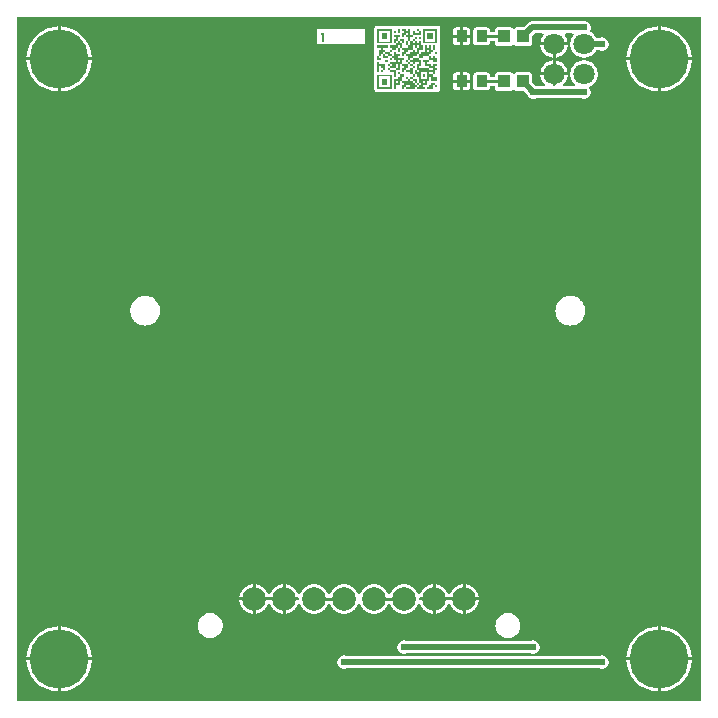
<source format=gtl>
G04 Layer: TopLayer*
G04 EasyEDA v6.5.29, 2023-07-09 11:22:14*
G04 66d2373efeaf4300b8bf4b9e6adbc1de,5a6b42c53f6a479593ecc07194224c93,10*
G04 Gerber Generator version 0.2*
G04 Scale: 100 percent, Rotated: No, Reflected: No *
G04 Dimensions in millimeters *
G04 leading zeros omitted , absolute positions ,4 integer and 5 decimal *
%FSLAX45Y45*%
%MOMM*%

%ADD10C,0.1524*%
%ADD11C,0.5000*%
%ADD12C,0.2540*%
%ADD13R,0.8999X1.0000*%
%ADD14R,1.0000X1.1000*%
%ADD15C,5.0000*%
%ADD16C,2.0000*%
%ADD17C,1.8000*%
%ADD18C,0.6096*%
%ADD19C,0.0187*%

%LPD*%
G36*
X5805932Y25908D02*
G01*
X36068Y26416D01*
X32156Y27178D01*
X28905Y29362D01*
X26670Y32664D01*
X25908Y36576D01*
X25908Y5805932D01*
X26670Y5809843D01*
X28905Y5813094D01*
X32156Y5815330D01*
X36068Y5816092D01*
X2555240Y5816092D01*
X2559151Y5815330D01*
X2562402Y5813094D01*
X2564638Y5809843D01*
X2565400Y5805932D01*
X2566162Y5809843D01*
X2568397Y5813094D01*
X2571648Y5815330D01*
X2575560Y5816092D01*
X3050540Y5816092D01*
X3054451Y5815330D01*
X3057702Y5813094D01*
X3059938Y5809843D01*
X3060700Y5805932D01*
X3061462Y5809843D01*
X3063697Y5813094D01*
X3066948Y5815330D01*
X3070860Y5816092D01*
X5805932Y5816092D01*
X5809843Y5815330D01*
X5813094Y5813094D01*
X5815330Y5809843D01*
X5816092Y5805932D01*
X5816092Y36068D01*
X5815330Y32207D01*
X5813094Y28905D01*
X5809843Y26670D01*
G37*

%LPC*%
G36*
X4397959Y5125262D02*
G01*
X4407763Y5126126D01*
X4417263Y5128666D01*
X4419600Y5129733D01*
X4423867Y5130698D01*
X4800092Y5130698D01*
X4804410Y5129733D01*
X4806746Y5128666D01*
X4816195Y5126126D01*
X4826000Y5125262D01*
X4835804Y5126126D01*
X4845253Y5128666D01*
X4854194Y5132781D01*
X4862220Y5138420D01*
X4869180Y5145379D01*
X4874818Y5153406D01*
X4878933Y5162346D01*
X4881473Y5171795D01*
X4882337Y5181600D01*
X4881473Y5191404D01*
X4878933Y5200853D01*
X4874818Y5209794D01*
X4871669Y5214264D01*
X4869992Y5218176D01*
X4870094Y5222392D01*
X4871872Y5226253D01*
X4875072Y5228996D01*
X4888077Y5236159D01*
X4899863Y5244693D01*
X4910480Y5254650D01*
X4919776Y5265877D01*
X4927549Y5278170D01*
X4933746Y5291328D01*
X4938268Y5305196D01*
X4940960Y5319471D01*
X4941874Y5334000D01*
X4940960Y5348528D01*
X4938268Y5362803D01*
X4933746Y5376672D01*
X4927549Y5389829D01*
X4919776Y5402122D01*
X4910480Y5413349D01*
X4899863Y5423306D01*
X4888077Y5431840D01*
X4875326Y5438851D01*
X4861814Y5444236D01*
X4847691Y5447842D01*
X4833264Y5449671D01*
X4818735Y5449671D01*
X4804308Y5447842D01*
X4790186Y5444236D01*
X4776673Y5438851D01*
X4763922Y5431840D01*
X4752136Y5423306D01*
X4741519Y5413349D01*
X4732223Y5402122D01*
X4724450Y5389829D01*
X4718253Y5376672D01*
X4713732Y5362803D01*
X4711039Y5348528D01*
X4710125Y5334000D01*
X4711039Y5319471D01*
X4713732Y5305196D01*
X4718253Y5291328D01*
X4724450Y5278170D01*
X4732223Y5265877D01*
X4741519Y5254650D01*
X4746396Y5250078D01*
X4748733Y5246776D01*
X4749596Y5242864D01*
X4748885Y5238902D01*
X4746701Y5235549D01*
X4743399Y5233314D01*
X4739436Y5232501D01*
X4658563Y5232501D01*
X4654600Y5233314D01*
X4651298Y5235549D01*
X4649114Y5238902D01*
X4648403Y5242864D01*
X4649266Y5246776D01*
X4651603Y5250078D01*
X4656480Y5254650D01*
X4665776Y5265877D01*
X4673549Y5278170D01*
X4679746Y5291328D01*
X4684268Y5305196D01*
X4686960Y5319471D01*
X4687112Y5321300D01*
X4584700Y5321300D01*
X4584700Y5242661D01*
X4583938Y5238800D01*
X4581702Y5235498D01*
X4578451Y5233263D01*
X4574540Y5232501D01*
X4569460Y5232501D01*
X4565548Y5233263D01*
X4562297Y5235498D01*
X4560062Y5238800D01*
X4559300Y5242661D01*
X4559300Y5321300D01*
X4456887Y5321300D01*
X4457039Y5319471D01*
X4459732Y5305196D01*
X4464253Y5291328D01*
X4470450Y5278170D01*
X4478223Y5265877D01*
X4487519Y5254650D01*
X4492396Y5250078D01*
X4494733Y5246776D01*
X4495596Y5242864D01*
X4494885Y5238902D01*
X4492701Y5235549D01*
X4489399Y5233314D01*
X4485436Y5232501D01*
X4423867Y5232501D01*
X4418431Y5233974D01*
X4415536Y5236006D01*
X4387951Y5263591D01*
X4385767Y5266893D01*
X4385005Y5270804D01*
X4385005Y5324906D01*
X4384294Y5331256D01*
X4382363Y5336692D01*
X4379315Y5341620D01*
X4375200Y5345684D01*
X4370324Y5348782D01*
X4364837Y5350713D01*
X4358538Y5351424D01*
X4259681Y5351424D01*
X4253331Y5350713D01*
X4247896Y5348782D01*
X4242968Y5345684D01*
X4238904Y5341620D01*
X4237685Y5339740D01*
X4234891Y5336794D01*
X4231132Y5335168D01*
X4227068Y5335168D01*
X4223308Y5336794D01*
X4220514Y5339740D01*
X4219295Y5341620D01*
X4215231Y5345684D01*
X4210304Y5348782D01*
X4204868Y5350713D01*
X4198518Y5351424D01*
X4099661Y5351424D01*
X4093362Y5350713D01*
X4087876Y5348782D01*
X4082999Y5345684D01*
X4078884Y5341620D01*
X4075836Y5336692D01*
X4073906Y5331256D01*
X4073194Y5324906D01*
X4073194Y5319268D01*
X4072432Y5315356D01*
X4070197Y5312105D01*
X4066895Y5309870D01*
X4063034Y5309108D01*
X4039565Y5309108D01*
X4035907Y5309768D01*
X4032707Y5311749D01*
X4030472Y5314696D01*
X4029456Y5318302D01*
X4028643Y5326329D01*
X4026763Y5331714D01*
X4023664Y5336590D01*
X4019600Y5340705D01*
X4014673Y5343804D01*
X4009237Y5345684D01*
X4002887Y5346395D01*
X3914038Y5346395D01*
X3907739Y5345684D01*
X3902252Y5343804D01*
X3897376Y5340705D01*
X3893261Y5336590D01*
X3890213Y5331714D01*
X3888282Y5326227D01*
X3887571Y5319928D01*
X3887571Y5221071D01*
X3888282Y5214721D01*
X3890213Y5209286D01*
X3893261Y5204358D01*
X3897376Y5200294D01*
X3902252Y5197195D01*
X3907739Y5195316D01*
X3914038Y5194604D01*
X4002887Y5194604D01*
X4009237Y5195316D01*
X4014673Y5197195D01*
X4019600Y5200294D01*
X4023664Y5204358D01*
X4026763Y5209286D01*
X4028643Y5214670D01*
X4029456Y5222697D01*
X4030472Y5226304D01*
X4032707Y5229250D01*
X4035907Y5231231D01*
X4039565Y5231892D01*
X4063034Y5231892D01*
X4066895Y5231130D01*
X4070197Y5228894D01*
X4072432Y5225643D01*
X4073194Y5221732D01*
X4073194Y5216093D01*
X4073906Y5209743D01*
X4075836Y5204307D01*
X4078884Y5199380D01*
X4082999Y5195316D01*
X4087876Y5192217D01*
X4093362Y5190286D01*
X4099661Y5189575D01*
X4198518Y5189575D01*
X4204868Y5190286D01*
X4210304Y5192217D01*
X4215231Y5195316D01*
X4219295Y5199380D01*
X4220514Y5201259D01*
X4223308Y5204206D01*
X4227068Y5205831D01*
X4231132Y5205831D01*
X4234891Y5204206D01*
X4237685Y5201259D01*
X4238904Y5199380D01*
X4242968Y5195316D01*
X4247896Y5192217D01*
X4253331Y5190286D01*
X4259681Y5189575D01*
X4313783Y5189575D01*
X4317695Y5188813D01*
X4320946Y5186629D01*
X4343552Y5164023D01*
X4345584Y5161127D01*
X4349191Y5153406D01*
X4354830Y5145379D01*
X4361738Y5138420D01*
X4369816Y5132781D01*
X4378706Y5128666D01*
X4388205Y5126126D01*
G37*
G36*
X393700Y105562D02*
G01*
X398322Y105664D01*
X421284Y108051D01*
X443992Y112369D01*
X466242Y118618D01*
X487934Y126644D01*
X508812Y136499D01*
X528828Y148031D01*
X547827Y161239D01*
X565607Y175971D01*
X582117Y192125D01*
X597204Y209600D01*
X610819Y228295D01*
X622757Y248107D01*
X633018Y268782D01*
X641553Y290271D01*
X648208Y312369D01*
X653034Y334975D01*
X655929Y357936D01*
X656336Y368300D01*
X393700Y368300D01*
G37*
G36*
X5448300Y105613D02*
G01*
X5448300Y368300D01*
X5185410Y368300D01*
X5187289Y346405D01*
X5191150Y323646D01*
X5196890Y301244D01*
X5204460Y279450D01*
X5213858Y258317D01*
X5224983Y238099D01*
X5237784Y218846D01*
X5252161Y200710D01*
X5267960Y183896D01*
X5285130Y168402D01*
X5303520Y154432D01*
X5323027Y142087D01*
X5343499Y131368D01*
X5364835Y122428D01*
X5386781Y115265D01*
X5409285Y109982D01*
X5432145Y106629D01*
G37*
G36*
X368300Y105613D02*
G01*
X368300Y368300D01*
X105410Y368300D01*
X107289Y346405D01*
X111150Y323646D01*
X116890Y301244D01*
X124460Y279450D01*
X133858Y258317D01*
X144983Y238099D01*
X157784Y218846D01*
X172161Y200710D01*
X187960Y183896D01*
X205130Y168402D01*
X223520Y154432D01*
X243027Y142087D01*
X263499Y131368D01*
X284835Y122428D01*
X306781Y115265D01*
X329285Y109982D01*
X352145Y106629D01*
G37*
G36*
X2794000Y299262D02*
G01*
X2803804Y300126D01*
X2813253Y302666D01*
X2815590Y303733D01*
X2819908Y304698D01*
X4952492Y304698D01*
X4956810Y303733D01*
X4959146Y302666D01*
X4968595Y300126D01*
X4978400Y299262D01*
X4988204Y300126D01*
X4997653Y302666D01*
X5006594Y306781D01*
X5014620Y312420D01*
X5021580Y319379D01*
X5027218Y327406D01*
X5031333Y336346D01*
X5033873Y345795D01*
X5034737Y355600D01*
X5033873Y365404D01*
X5031333Y374853D01*
X5027218Y383794D01*
X5021580Y391820D01*
X5014620Y398780D01*
X5006594Y404418D01*
X4997653Y408533D01*
X4988204Y411073D01*
X4978400Y411937D01*
X4968595Y411073D01*
X4959146Y408533D01*
X4956810Y407466D01*
X4952492Y406501D01*
X4401210Y406501D01*
X4396943Y407466D01*
X4394200Y409549D01*
X4391456Y407466D01*
X4387138Y406501D01*
X3309061Y406501D01*
X3304743Y407466D01*
X3302000Y409549D01*
X3299256Y407466D01*
X3294938Y406501D01*
X2819908Y406501D01*
X2815590Y407466D01*
X2813253Y408533D01*
X2803804Y411073D01*
X2794000Y411937D01*
X2784195Y411073D01*
X2774746Y408533D01*
X2765806Y404418D01*
X2757779Y398780D01*
X2750820Y391820D01*
X2745181Y383794D01*
X2741066Y374853D01*
X2738526Y365404D01*
X2737662Y355600D01*
X2738526Y345795D01*
X2741066Y336346D01*
X2745181Y327406D01*
X2750820Y319379D01*
X2757779Y312420D01*
X2765806Y306781D01*
X2774746Y302666D01*
X2784195Y300126D01*
G37*
G36*
X3717594Y5664200D02*
G01*
X3775811Y5664200D01*
X3775811Y5727395D01*
X3744061Y5727395D01*
X3737762Y5726684D01*
X3732276Y5724804D01*
X3727399Y5721705D01*
X3723284Y5717590D01*
X3720185Y5712714D01*
X3718306Y5707227D01*
X3717594Y5700928D01*
G37*
G36*
X393700Y393700D02*
G01*
X656336Y393700D01*
X655929Y404063D01*
X653034Y427024D01*
X648208Y449630D01*
X641553Y471728D01*
X633018Y493217D01*
X622757Y513892D01*
X610819Y533704D01*
X597204Y552348D01*
X582117Y569874D01*
X565607Y586028D01*
X547827Y600760D01*
X528828Y613968D01*
X508812Y625500D01*
X487934Y635355D01*
X466242Y643382D01*
X443992Y649630D01*
X421284Y653948D01*
X398322Y656336D01*
X393700Y656437D01*
G37*
G36*
X5473700Y393700D02*
G01*
X5736336Y393700D01*
X5735929Y404063D01*
X5733034Y427024D01*
X5728208Y449630D01*
X5721553Y471728D01*
X5713018Y493217D01*
X5702757Y513892D01*
X5690819Y533704D01*
X5677204Y552348D01*
X5662117Y569874D01*
X5645607Y586028D01*
X5627827Y600760D01*
X5608828Y613968D01*
X5588812Y625500D01*
X5567934Y635355D01*
X5546242Y643382D01*
X5523992Y649630D01*
X5501284Y653948D01*
X5478322Y656336D01*
X5473700Y656437D01*
G37*
G36*
X5185410Y393700D02*
G01*
X5448300Y393700D01*
X5448300Y656386D01*
X5432145Y655370D01*
X5409285Y652018D01*
X5386781Y646734D01*
X5364835Y639572D01*
X5343499Y630631D01*
X5323027Y619912D01*
X5303520Y607568D01*
X5285130Y593598D01*
X5267960Y578104D01*
X5252161Y561289D01*
X5237784Y543153D01*
X5224983Y523900D01*
X5213858Y503682D01*
X5204460Y482549D01*
X5196890Y460756D01*
X5191150Y438353D01*
X5187289Y415594D01*
G37*
G36*
X105410Y393700D02*
G01*
X368300Y393700D01*
X368300Y656386D01*
X352145Y655370D01*
X329285Y652018D01*
X306781Y646734D01*
X284835Y639572D01*
X263499Y630631D01*
X243027Y619912D01*
X223520Y607568D01*
X205130Y593598D01*
X187960Y578104D01*
X172161Y561289D01*
X157784Y543153D01*
X144983Y523900D01*
X133858Y503682D01*
X124460Y482549D01*
X116890Y460756D01*
X111150Y438353D01*
X107289Y415594D01*
G37*
G36*
X3801211Y5664200D02*
G01*
X3859377Y5664200D01*
X3859377Y5700928D01*
X3858666Y5707227D01*
X3856786Y5712714D01*
X3853687Y5717590D01*
X3849573Y5721705D01*
X3844696Y5724804D01*
X3839210Y5726684D01*
X3832910Y5727395D01*
X3801211Y5727395D01*
G37*
G36*
X2596438Y5583682D02*
G01*
X2626563Y5583682D01*
X2632862Y5584393D01*
X2641142Y5587593D01*
X2643936Y5588000D01*
X2970784Y5588000D01*
X2971800Y5589016D01*
X2971800Y5713984D01*
X2970784Y5715000D01*
X2639822Y5715000D01*
X2636469Y5715558D01*
X2632862Y5716828D01*
X2626563Y5717540D01*
X2596438Y5717540D01*
X2590139Y5716828D01*
X2586532Y5715558D01*
X2583180Y5715000D01*
X2575560Y5715000D01*
X2571648Y5715762D01*
X2568397Y5717997D01*
X2566162Y5721248D01*
X2565400Y5725160D01*
X2565400Y5589016D01*
X2566416Y5588000D01*
X2579065Y5588000D01*
X2581859Y5587593D01*
X2584653Y5586323D01*
X2590139Y5584393D01*
G37*
G36*
X3744061Y5575604D02*
G01*
X3775811Y5575604D01*
X3775811Y5638800D01*
X3717594Y5638800D01*
X3717594Y5602071D01*
X3718306Y5595721D01*
X3720185Y5590286D01*
X3723284Y5585358D01*
X3727399Y5581294D01*
X3732276Y5578195D01*
X3737762Y5576316D01*
G37*
G36*
X3302000Y423672D02*
G01*
X3303981Y425450D01*
X3308146Y426770D01*
X3311804Y427126D01*
X3321253Y429666D01*
X3323590Y430733D01*
X3327908Y431698D01*
X4368292Y431698D01*
X4372559Y430733D01*
X4374896Y429666D01*
X4384395Y427126D01*
X4388053Y426770D01*
X4392218Y425450D01*
X4394200Y423672D01*
X4396130Y425450D01*
X4400346Y426770D01*
X4403953Y427126D01*
X4413453Y429666D01*
X4422343Y433781D01*
X4430420Y439420D01*
X4437380Y446379D01*
X4442968Y454406D01*
X4447133Y463346D01*
X4449673Y472795D01*
X4450537Y482600D01*
X4449673Y492404D01*
X4447133Y501853D01*
X4442968Y510793D01*
X4437380Y518820D01*
X4430420Y525780D01*
X4422343Y531418D01*
X4413453Y535533D01*
X4403953Y538073D01*
X4394200Y538937D01*
X4384395Y538073D01*
X4374896Y535533D01*
X4372559Y534466D01*
X4368292Y533501D01*
X3327908Y533501D01*
X3323590Y534466D01*
X3321253Y535533D01*
X3311804Y538073D01*
X3302000Y538937D01*
X3292195Y538073D01*
X3282746Y535533D01*
X3273806Y531418D01*
X3265779Y525780D01*
X3258820Y518820D01*
X3253181Y510793D01*
X3249066Y501853D01*
X3246526Y492404D01*
X3245662Y482600D01*
X3246526Y472795D01*
X3249066Y463346D01*
X3253181Y454406D01*
X3258820Y446379D01*
X3265779Y439420D01*
X3273806Y433781D01*
X3282746Y429666D01*
X3292195Y427126D01*
X3295853Y426770D01*
X3300018Y425450D01*
G37*
G36*
X3801211Y5575604D02*
G01*
X3832910Y5575604D01*
X3839210Y5576316D01*
X3844696Y5578195D01*
X3849573Y5581294D01*
X3853687Y5585358D01*
X3856786Y5590286D01*
X3858666Y5595721D01*
X3859377Y5602071D01*
X3859377Y5638800D01*
X3801211Y5638800D01*
G37*
G36*
X105410Y5473700D02*
G01*
X368300Y5473700D01*
X368300Y5736386D01*
X352145Y5735370D01*
X329285Y5732018D01*
X306781Y5726734D01*
X284835Y5719572D01*
X263499Y5710631D01*
X243027Y5699912D01*
X223520Y5687568D01*
X205130Y5673598D01*
X187960Y5658104D01*
X172161Y5641289D01*
X157784Y5623153D01*
X144983Y5603900D01*
X133858Y5583682D01*
X124460Y5562549D01*
X116890Y5540756D01*
X111150Y5518353D01*
X107289Y5495594D01*
G37*
G36*
X1660398Y558139D02*
G01*
X1674215Y559003D01*
X1687779Y561746D01*
X1700936Y566166D01*
X1713331Y572312D01*
X1724863Y579983D01*
X1735277Y589127D01*
X1744421Y599541D01*
X1752092Y611073D01*
X1758238Y623468D01*
X1762658Y636625D01*
X1765401Y650189D01*
X1766265Y664006D01*
X1765401Y677824D01*
X1762658Y691388D01*
X1758238Y704545D01*
X1752092Y716940D01*
X1744421Y728472D01*
X1735277Y738886D01*
X1724863Y748030D01*
X1713331Y755700D01*
X1700936Y761847D01*
X1687779Y766267D01*
X1674215Y769010D01*
X1660398Y769874D01*
X1646580Y769010D01*
X1633016Y766267D01*
X1619859Y761847D01*
X1607464Y755700D01*
X1595932Y748030D01*
X1585518Y738886D01*
X1576374Y728472D01*
X1568704Y716940D01*
X1562557Y704545D01*
X1558137Y691388D01*
X1555394Y677824D01*
X1554530Y664006D01*
X1555394Y650189D01*
X1558137Y636625D01*
X1562557Y623468D01*
X1568704Y611073D01*
X1576374Y599541D01*
X1585518Y589127D01*
X1595932Y579983D01*
X1607464Y572312D01*
X1619859Y566166D01*
X1633016Y561746D01*
X1646580Y559003D01*
G37*
G36*
X4181601Y558139D02*
G01*
X4195419Y559003D01*
X4208983Y561746D01*
X4222140Y566166D01*
X4234535Y572312D01*
X4246067Y579983D01*
X4256481Y589127D01*
X4265625Y599541D01*
X4273296Y611073D01*
X4279442Y623468D01*
X4283862Y636625D01*
X4286605Y650189D01*
X4287469Y664006D01*
X4286605Y677824D01*
X4283862Y691388D01*
X4279442Y704545D01*
X4273296Y716940D01*
X4265625Y728472D01*
X4256481Y738886D01*
X4246067Y748030D01*
X4234535Y755700D01*
X4222140Y761847D01*
X4208983Y766267D01*
X4195419Y769010D01*
X4181601Y769874D01*
X4167784Y769010D01*
X4154220Y766267D01*
X4141063Y761847D01*
X4128668Y755700D01*
X4117136Y748030D01*
X4106722Y738886D01*
X4097578Y728472D01*
X4089908Y716940D01*
X4083761Y704545D01*
X4079341Y691388D01*
X4076598Y677824D01*
X4075734Y664006D01*
X4076598Y650189D01*
X4079341Y636625D01*
X4083761Y623468D01*
X4089908Y611073D01*
X4097578Y599541D01*
X4106722Y589127D01*
X4117136Y579983D01*
X4128668Y572312D01*
X4141063Y566166D01*
X4154220Y561746D01*
X4167784Y559003D01*
G37*
G36*
X2540000Y763117D02*
G01*
X2555189Y764032D01*
X2570124Y766775D01*
X2584653Y771296D01*
X2598521Y777544D01*
X2611526Y785418D01*
X2623464Y794766D01*
X2634234Y805535D01*
X2643581Y817473D01*
X2651455Y830478D01*
X2657703Y844397D01*
X2659938Y847547D01*
X2663190Y849630D01*
X2667000Y850392D01*
X2670759Y849630D01*
X2674010Y847547D01*
X2676245Y844397D01*
X2682544Y830478D01*
X2690418Y817473D01*
X2699766Y805535D01*
X2710535Y794766D01*
X2722473Y785418D01*
X2735478Y777544D01*
X2749346Y771296D01*
X2763875Y766775D01*
X2778810Y764032D01*
X2794000Y763117D01*
X2809189Y764032D01*
X2824124Y766775D01*
X2838653Y771296D01*
X2852521Y777544D01*
X2865526Y785418D01*
X2877464Y794766D01*
X2888234Y805535D01*
X2897581Y817473D01*
X2905455Y830478D01*
X2911754Y844397D01*
X2913938Y847598D01*
X2917190Y849680D01*
X2921000Y850392D01*
X2924810Y849680D01*
X2928061Y847598D01*
X2930245Y844397D01*
X2936544Y830478D01*
X2944418Y817473D01*
X2953766Y805535D01*
X2964535Y794766D01*
X2976473Y785418D01*
X2989478Y777544D01*
X3003346Y771296D01*
X3017875Y766775D01*
X3032810Y764032D01*
X3048000Y763117D01*
X3063189Y764032D01*
X3078124Y766775D01*
X3092653Y771296D01*
X3106521Y777544D01*
X3119526Y785418D01*
X3131464Y794766D01*
X3142234Y805535D01*
X3151581Y817473D01*
X3159455Y830478D01*
X3165703Y844397D01*
X3167938Y847547D01*
X3171190Y849630D01*
X3175000Y850392D01*
X3178759Y849630D01*
X3182010Y847547D01*
X3184245Y844397D01*
X3190544Y830478D01*
X3198418Y817473D01*
X3207766Y805535D01*
X3218535Y794766D01*
X3230473Y785418D01*
X3243478Y777544D01*
X3257346Y771296D01*
X3271875Y766775D01*
X3286810Y764032D01*
X3302000Y763117D01*
X3317189Y764032D01*
X3332124Y766775D01*
X3346653Y771296D01*
X3360521Y777544D01*
X3373526Y785418D01*
X3385464Y794766D01*
X3396234Y805535D01*
X3405581Y817473D01*
X3413455Y830478D01*
X3419754Y844397D01*
X3421938Y847598D01*
X3425190Y849680D01*
X3429000Y850392D01*
X3432810Y849680D01*
X3436061Y847598D01*
X3438245Y844397D01*
X3444544Y830478D01*
X3452418Y817473D01*
X3461765Y805535D01*
X3472535Y794766D01*
X3484473Y785418D01*
X3497478Y777544D01*
X3511346Y771296D01*
X3525875Y766775D01*
X3540810Y764032D01*
X3543300Y763879D01*
X3543300Y876300D01*
X3437890Y876300D01*
X3434029Y877062D01*
X3430727Y879297D01*
X3428542Y882548D01*
X3427729Y886460D01*
X3427729Y891540D01*
X3428542Y895451D01*
X3430727Y898702D01*
X3434029Y900937D01*
X3437890Y901700D01*
X3543300Y901700D01*
X3543300Y1014120D01*
X3540810Y1013968D01*
X3525875Y1011224D01*
X3511346Y1006703D01*
X3497478Y1000455D01*
X3484473Y992581D01*
X3472535Y983234D01*
X3461765Y972464D01*
X3452418Y960526D01*
X3444544Y947521D01*
X3438245Y933602D01*
X3436061Y930402D01*
X3432810Y928319D01*
X3429000Y927608D01*
X3425190Y928319D01*
X3421938Y930402D01*
X3419754Y933602D01*
X3413455Y947521D01*
X3405581Y960526D01*
X3396234Y972464D01*
X3385464Y983234D01*
X3373526Y992581D01*
X3360521Y1000455D01*
X3346653Y1006703D01*
X3332124Y1011224D01*
X3317189Y1013968D01*
X3302000Y1014882D01*
X3286810Y1013968D01*
X3271875Y1011224D01*
X3257346Y1006703D01*
X3243478Y1000455D01*
X3230473Y992581D01*
X3218535Y983234D01*
X3207766Y972464D01*
X3198418Y960526D01*
X3190544Y947521D01*
X3184245Y933602D01*
X3182061Y930452D01*
X3178810Y928319D01*
X3175000Y927608D01*
X3171190Y928319D01*
X3167989Y930452D01*
X3165754Y933602D01*
X3159455Y947521D01*
X3151581Y960526D01*
X3142234Y972464D01*
X3131464Y983234D01*
X3119526Y992581D01*
X3106521Y1000455D01*
X3092653Y1006703D01*
X3078124Y1011224D01*
X3063189Y1013968D01*
X3048000Y1014882D01*
X3032810Y1013968D01*
X3017875Y1011224D01*
X3003346Y1006703D01*
X2989478Y1000455D01*
X2976473Y992581D01*
X2964535Y983234D01*
X2953766Y972464D01*
X2944418Y960526D01*
X2936544Y947521D01*
X2930245Y933602D01*
X2928061Y930402D01*
X2924810Y928319D01*
X2921000Y927608D01*
X2917190Y928319D01*
X2913938Y930402D01*
X2911754Y933602D01*
X2905455Y947521D01*
X2897581Y960526D01*
X2888234Y972464D01*
X2877464Y983234D01*
X2865526Y992581D01*
X2852521Y1000455D01*
X2838653Y1006703D01*
X2824124Y1011224D01*
X2809189Y1013968D01*
X2794000Y1014882D01*
X2778810Y1013968D01*
X2763875Y1011224D01*
X2749346Y1006703D01*
X2735478Y1000455D01*
X2722473Y992581D01*
X2710535Y983234D01*
X2699766Y972464D01*
X2690418Y960526D01*
X2682544Y947521D01*
X2676245Y933602D01*
X2674061Y930452D01*
X2670810Y928319D01*
X2667000Y927608D01*
X2663190Y928319D01*
X2659989Y930452D01*
X2657754Y933602D01*
X2651455Y947521D01*
X2643581Y960526D01*
X2634234Y972464D01*
X2623464Y983234D01*
X2611526Y992581D01*
X2598521Y1000455D01*
X2584653Y1006703D01*
X2570124Y1011224D01*
X2555189Y1013968D01*
X2540000Y1014882D01*
X2524810Y1013968D01*
X2509875Y1011224D01*
X2495346Y1006703D01*
X2481478Y1000455D01*
X2468473Y992581D01*
X2456535Y983234D01*
X2445766Y972464D01*
X2436418Y960526D01*
X2428544Y947521D01*
X2422245Y933602D01*
X2420061Y930402D01*
X2416810Y928319D01*
X2413000Y927608D01*
X2409190Y928319D01*
X2405938Y930402D01*
X2403754Y933602D01*
X2397455Y947521D01*
X2389581Y960526D01*
X2380234Y972464D01*
X2369464Y983234D01*
X2357526Y992581D01*
X2344521Y1000455D01*
X2330653Y1006703D01*
X2316124Y1011224D01*
X2301189Y1013968D01*
X2298700Y1014120D01*
X2298700Y901700D01*
X2404110Y901700D01*
X2407970Y900937D01*
X2411272Y898702D01*
X2413457Y895451D01*
X2414270Y891540D01*
X2414270Y886460D01*
X2413457Y882548D01*
X2411272Y879297D01*
X2407970Y877062D01*
X2404110Y876300D01*
X2298700Y876300D01*
X2298700Y763879D01*
X2301189Y764032D01*
X2316124Y766775D01*
X2330653Y771296D01*
X2344521Y777544D01*
X2357526Y785418D01*
X2369464Y794766D01*
X2380234Y805535D01*
X2389581Y817473D01*
X2397455Y830478D01*
X2403754Y844397D01*
X2405938Y847598D01*
X2409190Y849680D01*
X2413000Y850392D01*
X2416810Y849680D01*
X2420061Y847598D01*
X2422245Y844397D01*
X2428544Y830478D01*
X2436418Y817473D01*
X2445766Y805535D01*
X2456535Y794766D01*
X2468473Y785418D01*
X2481478Y777544D01*
X2495346Y771296D01*
X2509875Y766775D01*
X2524810Y764032D01*
G37*
G36*
X5185410Y5473700D02*
G01*
X5448300Y5473700D01*
X5448300Y5736386D01*
X5432145Y5735370D01*
X5409285Y5732018D01*
X5386781Y5726734D01*
X5364835Y5719572D01*
X5343499Y5710631D01*
X5323027Y5699912D01*
X5303520Y5687568D01*
X5285130Y5673598D01*
X5267960Y5658104D01*
X5252161Y5641289D01*
X5237784Y5623153D01*
X5224983Y5603900D01*
X5213858Y5583682D01*
X5204460Y5562549D01*
X5196890Y5540756D01*
X5191150Y5518353D01*
X5187289Y5495594D01*
G37*
G36*
X393700Y5473700D02*
G01*
X656336Y5473700D01*
X655929Y5484063D01*
X653034Y5507024D01*
X648208Y5529630D01*
X641553Y5551728D01*
X633018Y5573217D01*
X622757Y5593892D01*
X610819Y5613704D01*
X597204Y5632348D01*
X582117Y5649874D01*
X565607Y5666028D01*
X547827Y5680760D01*
X528828Y5693968D01*
X508812Y5705500D01*
X487934Y5715355D01*
X466242Y5723382D01*
X443992Y5729630D01*
X421284Y5733948D01*
X398322Y5736336D01*
X393700Y5736437D01*
G37*
G36*
X5473700Y5473700D02*
G01*
X5736336Y5473700D01*
X5735929Y5484063D01*
X5733034Y5507024D01*
X5728208Y5529630D01*
X5721553Y5551728D01*
X5713018Y5573217D01*
X5702757Y5593892D01*
X5690819Y5613704D01*
X5677204Y5632348D01*
X5662117Y5649874D01*
X5645607Y5666028D01*
X5627827Y5680760D01*
X5608828Y5693968D01*
X5588812Y5705500D01*
X5567934Y5715355D01*
X5546242Y5723382D01*
X5523992Y5729630D01*
X5501284Y5733948D01*
X5478322Y5736336D01*
X5473700Y5736437D01*
G37*
G36*
X2019300Y763879D02*
G01*
X2019300Y876300D01*
X1906879Y876300D01*
X1907032Y873810D01*
X1909775Y858875D01*
X1914296Y844346D01*
X1920544Y830478D01*
X1928418Y817473D01*
X1937766Y805535D01*
X1948535Y794766D01*
X1960473Y785418D01*
X1973478Y777544D01*
X1987346Y771296D01*
X2001875Y766775D01*
X2016810Y764032D01*
G37*
G36*
X3822700Y763879D02*
G01*
X3825189Y764032D01*
X3840124Y766775D01*
X3854653Y771296D01*
X3868521Y777544D01*
X3881526Y785418D01*
X3893464Y794766D01*
X3904234Y805535D01*
X3913581Y817473D01*
X3921455Y830478D01*
X3927703Y844346D01*
X3932224Y858875D01*
X3934968Y873810D01*
X3935120Y876300D01*
X3822700Y876300D01*
G37*
G36*
X2044700Y763879D02*
G01*
X2047189Y764032D01*
X2062124Y766775D01*
X2076653Y771296D01*
X2090521Y777544D01*
X2103526Y785418D01*
X2115464Y794766D01*
X2126234Y805535D01*
X2135581Y817473D01*
X2143455Y830478D01*
X2149754Y844397D01*
X2151938Y847598D01*
X2155190Y849680D01*
X2159000Y850392D01*
X2162810Y849680D01*
X2166061Y847598D01*
X2168245Y844397D01*
X2174544Y830478D01*
X2182418Y817473D01*
X2191766Y805535D01*
X2202535Y794766D01*
X2214473Y785418D01*
X2227478Y777544D01*
X2241346Y771296D01*
X2255875Y766775D01*
X2270810Y764032D01*
X2273300Y763879D01*
X2273300Y876300D01*
X2044700Y876300D01*
G37*
G36*
X4584700Y5473039D02*
G01*
X4593691Y5474157D01*
X4607814Y5477764D01*
X4621326Y5483148D01*
X4634077Y5490159D01*
X4645863Y5498693D01*
X4656480Y5508650D01*
X4665776Y5519877D01*
X4673549Y5532170D01*
X4679746Y5545328D01*
X4684268Y5559196D01*
X4686960Y5573471D01*
X4687112Y5575300D01*
X4584700Y5575300D01*
G37*
G36*
X3568700Y763879D02*
G01*
X3571189Y764032D01*
X3586124Y766775D01*
X3600653Y771296D01*
X3614521Y777544D01*
X3627526Y785418D01*
X3639464Y794766D01*
X3650234Y805535D01*
X3659581Y817473D01*
X3667455Y830478D01*
X3673754Y844397D01*
X3675938Y847598D01*
X3679190Y849680D01*
X3683000Y850392D01*
X3686810Y849680D01*
X3690061Y847598D01*
X3692245Y844397D01*
X3698544Y830478D01*
X3706418Y817473D01*
X3715765Y805535D01*
X3726535Y794766D01*
X3738473Y785418D01*
X3751478Y777544D01*
X3765346Y771296D01*
X3779875Y766775D01*
X3794810Y764032D01*
X3797300Y763879D01*
X3797300Y876300D01*
X3568700Y876300D01*
G37*
G36*
X4559300Y5473039D02*
G01*
X4559300Y5575300D01*
X4456887Y5575300D01*
X4457039Y5573471D01*
X4459732Y5559196D01*
X4464253Y5545328D01*
X4470450Y5532170D01*
X4478223Y5519877D01*
X4487519Y5508650D01*
X4498136Y5498693D01*
X4509922Y5490159D01*
X4522673Y5483148D01*
X4536186Y5477764D01*
X4550308Y5474157D01*
G37*
G36*
X4818735Y5472328D02*
G01*
X4833264Y5472328D01*
X4847691Y5474157D01*
X4861814Y5477764D01*
X4875326Y5483148D01*
X4888077Y5490159D01*
X4899863Y5498693D01*
X4910480Y5508650D01*
X4919776Y5519877D01*
X4927701Y5532374D01*
X4929936Y5534914D01*
X4932934Y5536539D01*
X4936286Y5537098D01*
X4952492Y5537098D01*
X4956810Y5536133D01*
X4959146Y5535066D01*
X4968595Y5532526D01*
X4978400Y5531662D01*
X4988204Y5532526D01*
X4997653Y5535066D01*
X5006594Y5539181D01*
X5014620Y5544820D01*
X5021580Y5551779D01*
X5027218Y5559806D01*
X5031333Y5568746D01*
X5033873Y5578195D01*
X5034737Y5588000D01*
X5033873Y5597804D01*
X5031333Y5607253D01*
X5027218Y5616194D01*
X5021580Y5624220D01*
X5014620Y5631180D01*
X5006594Y5636818D01*
X4997653Y5640933D01*
X4988204Y5643473D01*
X4978400Y5644337D01*
X4968595Y5643473D01*
X4959146Y5640933D01*
X4956810Y5639866D01*
X4952492Y5638901D01*
X4936286Y5638901D01*
X4932934Y5639460D01*
X4929936Y5641086D01*
X4927701Y5643626D01*
X4919776Y5656122D01*
X4910480Y5667349D01*
X4899863Y5677306D01*
X4888077Y5685840D01*
X4880762Y5689854D01*
X4877816Y5692292D01*
X4875987Y5695645D01*
X4875530Y5699404D01*
X4876444Y5703062D01*
X4878933Y5708446D01*
X4881473Y5717895D01*
X4882337Y5727700D01*
X4881473Y5737504D01*
X4878933Y5746953D01*
X4874818Y5755894D01*
X4869180Y5763920D01*
X4862220Y5770880D01*
X4854194Y5776518D01*
X4845253Y5780633D01*
X4835804Y5783173D01*
X4826000Y5784037D01*
X4816195Y5783173D01*
X4806746Y5780633D01*
X4804410Y5779566D01*
X4800092Y5778601D01*
X4385513Y5778601D01*
X4380839Y5778398D01*
X4376420Y5777839D01*
X4372102Y5776874D01*
X4367885Y5775553D01*
X4363770Y5773826D01*
X4359808Y5771794D01*
X4356100Y5769406D01*
X4352544Y5766714D01*
X4349140Y5763564D01*
X4320946Y5735370D01*
X4317695Y5733186D01*
X4313783Y5732424D01*
X4259681Y5732424D01*
X4253331Y5731713D01*
X4247896Y5729782D01*
X4242968Y5726684D01*
X4238904Y5722620D01*
X4237685Y5720740D01*
X4234891Y5717794D01*
X4231132Y5716168D01*
X4227068Y5716168D01*
X4223308Y5717794D01*
X4220514Y5720740D01*
X4219295Y5722620D01*
X4215231Y5726684D01*
X4210304Y5729782D01*
X4204868Y5731713D01*
X4198518Y5732424D01*
X4099661Y5732424D01*
X4093362Y5731713D01*
X4087876Y5729782D01*
X4082999Y5726684D01*
X4078884Y5722620D01*
X4075836Y5717692D01*
X4073906Y5712256D01*
X4073194Y5705906D01*
X4073194Y5700268D01*
X4072432Y5696356D01*
X4070197Y5693105D01*
X4066895Y5690870D01*
X4063034Y5690108D01*
X4039565Y5690108D01*
X4035907Y5690768D01*
X4032707Y5692749D01*
X4030472Y5695696D01*
X4029456Y5699302D01*
X4028643Y5707329D01*
X4026763Y5712714D01*
X4023664Y5717590D01*
X4019600Y5721705D01*
X4014673Y5724804D01*
X4009237Y5726684D01*
X4002887Y5727395D01*
X3914038Y5727395D01*
X3907739Y5726684D01*
X3902252Y5724804D01*
X3897376Y5721705D01*
X3893261Y5717590D01*
X3890213Y5712714D01*
X3888282Y5707227D01*
X3887571Y5700928D01*
X3887571Y5602071D01*
X3888282Y5595721D01*
X3890213Y5590286D01*
X3893261Y5585358D01*
X3897376Y5581294D01*
X3902252Y5578195D01*
X3907739Y5576316D01*
X3914038Y5575604D01*
X4002887Y5575604D01*
X4009237Y5576316D01*
X4014673Y5578195D01*
X4019600Y5581294D01*
X4023664Y5585358D01*
X4026763Y5590286D01*
X4028643Y5595670D01*
X4029456Y5603697D01*
X4030472Y5607304D01*
X4032707Y5610250D01*
X4035907Y5612231D01*
X4039565Y5612892D01*
X4063034Y5612892D01*
X4066895Y5612130D01*
X4070197Y5609894D01*
X4072432Y5606643D01*
X4073194Y5602732D01*
X4073194Y5597093D01*
X4073906Y5590743D01*
X4075836Y5585307D01*
X4078884Y5580380D01*
X4082999Y5576316D01*
X4087876Y5573217D01*
X4093362Y5571286D01*
X4099661Y5570575D01*
X4198518Y5570575D01*
X4204868Y5571286D01*
X4210304Y5573217D01*
X4215231Y5576316D01*
X4219295Y5580380D01*
X4220514Y5582259D01*
X4223308Y5585206D01*
X4227068Y5586831D01*
X4231132Y5586831D01*
X4234891Y5585206D01*
X4237685Y5582259D01*
X4238904Y5580380D01*
X4242968Y5576316D01*
X4247896Y5573217D01*
X4253331Y5571286D01*
X4259681Y5570575D01*
X4358538Y5570575D01*
X4364837Y5571286D01*
X4370324Y5573217D01*
X4375200Y5576316D01*
X4379315Y5580380D01*
X4382363Y5585307D01*
X4384294Y5590743D01*
X4385005Y5597093D01*
X4385005Y5651195D01*
X4385767Y5655106D01*
X4387951Y5658408D01*
X4403394Y5673801D01*
X4406696Y5676036D01*
X4410557Y5676798D01*
X4473752Y5676798D01*
X4477512Y5676087D01*
X4480712Y5674055D01*
X4482947Y5670956D01*
X4483912Y5667248D01*
X4483404Y5663488D01*
X4481576Y5660136D01*
X4478223Y5656122D01*
X4470450Y5643829D01*
X4464253Y5630672D01*
X4459732Y5616803D01*
X4457039Y5602528D01*
X4456887Y5600700D01*
X4559300Y5600700D01*
X4559300Y5666638D01*
X4560062Y5670499D01*
X4562297Y5673801D01*
X4565548Y5676036D01*
X4569460Y5676798D01*
X4574540Y5676798D01*
X4578451Y5676036D01*
X4581702Y5673801D01*
X4583938Y5670499D01*
X4584700Y5666638D01*
X4584700Y5600700D01*
X4687112Y5600700D01*
X4686960Y5602528D01*
X4684268Y5616803D01*
X4679746Y5630672D01*
X4673549Y5643829D01*
X4665776Y5656122D01*
X4662424Y5660136D01*
X4660595Y5663488D01*
X4660087Y5667248D01*
X4661052Y5670956D01*
X4663287Y5674055D01*
X4666488Y5676087D01*
X4670247Y5676798D01*
X4727752Y5676798D01*
X4731512Y5676087D01*
X4734712Y5674055D01*
X4736947Y5670956D01*
X4737912Y5667248D01*
X4737404Y5663488D01*
X4735576Y5660136D01*
X4732223Y5656122D01*
X4724450Y5643829D01*
X4718253Y5630672D01*
X4713732Y5616803D01*
X4711039Y5602528D01*
X4710125Y5588000D01*
X4711039Y5573471D01*
X4713732Y5559196D01*
X4718253Y5545328D01*
X4724450Y5532170D01*
X4732223Y5519877D01*
X4741519Y5508650D01*
X4752136Y5498693D01*
X4763922Y5490159D01*
X4776673Y5483148D01*
X4790186Y5477764D01*
X4804308Y5474157D01*
G37*
G36*
X4584700Y5346700D02*
G01*
X4687112Y5346700D01*
X4686960Y5348528D01*
X4684268Y5362803D01*
X4679746Y5376672D01*
X4673549Y5389829D01*
X4665776Y5402122D01*
X4656480Y5413349D01*
X4645863Y5423306D01*
X4634077Y5431840D01*
X4621326Y5438851D01*
X4607814Y5444236D01*
X4593691Y5447842D01*
X4584700Y5448960D01*
G37*
G36*
X1906879Y901700D02*
G01*
X2019300Y901700D01*
X2019300Y1014120D01*
X2016810Y1013968D01*
X2001875Y1011224D01*
X1987346Y1006703D01*
X1973478Y1000455D01*
X1960473Y992581D01*
X1948535Y983234D01*
X1937766Y972464D01*
X1928418Y960526D01*
X1920544Y947521D01*
X1914296Y933653D01*
X1909775Y919124D01*
X1907032Y904189D01*
G37*
G36*
X3822700Y901700D02*
G01*
X3935120Y901700D01*
X3934968Y904189D01*
X3932224Y919124D01*
X3927703Y933653D01*
X3921455Y947521D01*
X3913581Y960526D01*
X3904234Y972464D01*
X3893464Y983234D01*
X3881526Y992581D01*
X3868521Y1000455D01*
X3854653Y1006703D01*
X3840124Y1011224D01*
X3825189Y1013968D01*
X3822700Y1014120D01*
G37*
G36*
X3568700Y901700D02*
G01*
X3797300Y901700D01*
X3797300Y1014120D01*
X3794810Y1013968D01*
X3779875Y1011224D01*
X3765346Y1006703D01*
X3751478Y1000455D01*
X3738473Y992581D01*
X3726535Y983234D01*
X3715765Y972464D01*
X3706418Y960526D01*
X3698544Y947521D01*
X3692245Y933602D01*
X3690061Y930402D01*
X3686810Y928319D01*
X3683000Y927608D01*
X3679190Y928319D01*
X3675938Y930402D01*
X3673754Y933602D01*
X3667455Y947521D01*
X3659581Y960526D01*
X3650234Y972464D01*
X3639464Y983234D01*
X3627526Y992581D01*
X3614521Y1000455D01*
X3600653Y1006703D01*
X3586124Y1011224D01*
X3571189Y1013968D01*
X3568700Y1014120D01*
G37*
G36*
X2044700Y901700D02*
G01*
X2273300Y901700D01*
X2273300Y1014120D01*
X2270810Y1013968D01*
X2255875Y1011224D01*
X2241346Y1006703D01*
X2227478Y1000455D01*
X2214473Y992581D01*
X2202535Y983234D01*
X2191766Y972464D01*
X2182418Y960526D01*
X2174544Y947521D01*
X2168245Y933602D01*
X2166061Y930402D01*
X2162810Y928319D01*
X2159000Y927608D01*
X2155190Y928319D01*
X2151938Y930402D01*
X2149754Y933602D01*
X2143455Y947521D01*
X2135581Y960526D01*
X2126234Y972464D01*
X2115464Y983234D01*
X2103526Y992581D01*
X2090521Y1000455D01*
X2076653Y1006703D01*
X2062124Y1011224D01*
X2047189Y1013968D01*
X2044700Y1014120D01*
G37*
G36*
X4456887Y5346700D02*
G01*
X4559300Y5346700D01*
X4559300Y5448960D01*
X4550308Y5447842D01*
X4536186Y5444236D01*
X4522673Y5438851D01*
X4509922Y5431840D01*
X4498136Y5423306D01*
X4487519Y5413349D01*
X4478223Y5402122D01*
X4470450Y5389829D01*
X4464253Y5376672D01*
X4459732Y5362803D01*
X4457039Y5348528D01*
G37*
G36*
X3717594Y5283200D02*
G01*
X3775811Y5283200D01*
X3775811Y5346395D01*
X3744061Y5346395D01*
X3737762Y5345684D01*
X3732276Y5343804D01*
X3727399Y5340705D01*
X3723284Y5336590D01*
X3720185Y5331714D01*
X3718306Y5326227D01*
X3717594Y5319928D01*
G37*
G36*
X3801211Y5283200D02*
G01*
X3859377Y5283200D01*
X3859377Y5319928D01*
X3858666Y5326227D01*
X3856786Y5331714D01*
X3853687Y5336590D01*
X3849573Y5340705D01*
X3844696Y5343804D01*
X3839210Y5345684D01*
X3832910Y5346395D01*
X3801211Y5346395D01*
G37*
G36*
X3801211Y5194604D02*
G01*
X3832910Y5194604D01*
X3839210Y5195316D01*
X3844696Y5197195D01*
X3849573Y5200294D01*
X3853687Y5204358D01*
X3856786Y5209286D01*
X3858666Y5214721D01*
X3859377Y5221071D01*
X3859377Y5257800D01*
X3801211Y5257800D01*
G37*
G36*
X3744061Y5194604D02*
G01*
X3775811Y5194604D01*
X3775811Y5257800D01*
X3717594Y5257800D01*
X3717594Y5221071D01*
X3718306Y5214721D01*
X3720185Y5209286D01*
X3723284Y5204358D01*
X3727399Y5200294D01*
X3732276Y5197195D01*
X3737762Y5195316D01*
G37*
G36*
X368300Y5185613D02*
G01*
X368300Y5448300D01*
X105410Y5448300D01*
X107289Y5426405D01*
X111150Y5403646D01*
X116890Y5381244D01*
X124460Y5359450D01*
X133858Y5338318D01*
X144983Y5318099D01*
X157784Y5298846D01*
X172161Y5280710D01*
X187960Y5263896D01*
X205130Y5248402D01*
X223520Y5234432D01*
X243027Y5222087D01*
X263499Y5211368D01*
X284835Y5202428D01*
X306781Y5195265D01*
X329285Y5189982D01*
X352145Y5186629D01*
G37*
G36*
X5448300Y5185613D02*
G01*
X5448300Y5448300D01*
X5185410Y5448300D01*
X5187289Y5426405D01*
X5191150Y5403646D01*
X5196890Y5381244D01*
X5204460Y5359450D01*
X5213858Y5338318D01*
X5224983Y5318099D01*
X5237784Y5298846D01*
X5252161Y5280710D01*
X5267960Y5263896D01*
X5285130Y5248402D01*
X5303520Y5234432D01*
X5323027Y5222087D01*
X5343499Y5211368D01*
X5364835Y5202428D01*
X5386781Y5195265D01*
X5409285Y5189982D01*
X5432145Y5186629D01*
G37*
G36*
X1109624Y3204108D02*
G01*
X1124762Y3205022D01*
X1139748Y3207766D01*
X1154226Y3212287D01*
X1168095Y3218535D01*
X1181100Y3226409D01*
X1193088Y3235756D01*
X1203807Y3246526D01*
X1213205Y3258464D01*
X1221079Y3271469D01*
X1227328Y3285337D01*
X1231849Y3299866D01*
X1234592Y3314801D01*
X1235506Y3329990D01*
X1234592Y3345179D01*
X1231849Y3360115D01*
X1227328Y3374644D01*
X1221079Y3388512D01*
X1213205Y3401517D01*
X1203807Y3413455D01*
X1193088Y3424224D01*
X1181100Y3433572D01*
X1168095Y3441446D01*
X1154226Y3447694D01*
X1139748Y3452215D01*
X1124762Y3454958D01*
X1109624Y3455873D01*
X1094435Y3454958D01*
X1079449Y3452215D01*
X1064971Y3447694D01*
X1051102Y3441446D01*
X1038098Y3433572D01*
X1026109Y3424224D01*
X1015390Y3413455D01*
X1005992Y3401517D01*
X998118Y3388512D01*
X991869Y3374644D01*
X987348Y3360115D01*
X984605Y3345179D01*
X983691Y3329990D01*
X984605Y3314801D01*
X987348Y3299866D01*
X991869Y3285337D01*
X998118Y3271469D01*
X1005992Y3258464D01*
X1015390Y3246526D01*
X1026109Y3235756D01*
X1038098Y3226409D01*
X1051102Y3218535D01*
X1064971Y3212287D01*
X1079449Y3207766D01*
X1094435Y3205022D01*
G37*
G36*
X4709617Y3204108D02*
G01*
X4724755Y3205022D01*
X4739741Y3207766D01*
X4754219Y3212287D01*
X4768088Y3218535D01*
X4781092Y3226409D01*
X4793081Y3235756D01*
X4803800Y3246526D01*
X4813198Y3258464D01*
X4821072Y3271469D01*
X4827320Y3285337D01*
X4831842Y3299866D01*
X4834585Y3314801D01*
X4835499Y3329990D01*
X4834585Y3345179D01*
X4831842Y3360115D01*
X4827320Y3374644D01*
X4821072Y3388512D01*
X4813198Y3401517D01*
X4803800Y3413455D01*
X4793081Y3424224D01*
X4781092Y3433572D01*
X4768088Y3441446D01*
X4754219Y3447694D01*
X4739741Y3452215D01*
X4724755Y3454958D01*
X4709617Y3455873D01*
X4694428Y3454958D01*
X4679442Y3452215D01*
X4664964Y3447694D01*
X4651095Y3441446D01*
X4638090Y3433572D01*
X4626102Y3424224D01*
X4615383Y3413455D01*
X4605985Y3401517D01*
X4598111Y3388512D01*
X4591862Y3374644D01*
X4587341Y3360115D01*
X4584598Y3345179D01*
X4583684Y3329990D01*
X4584598Y3314801D01*
X4587341Y3299866D01*
X4591862Y3285337D01*
X4598111Y3271469D01*
X4605985Y3258464D01*
X4615383Y3246526D01*
X4626102Y3235756D01*
X4638090Y3226409D01*
X4651095Y3218535D01*
X4664964Y3212287D01*
X4679442Y3207766D01*
X4694428Y3205022D01*
G37*
G36*
X5473700Y105562D02*
G01*
X5478322Y105664D01*
X5501284Y108051D01*
X5523992Y112369D01*
X5546242Y118618D01*
X5567934Y126644D01*
X5588812Y136499D01*
X5608828Y148031D01*
X5627827Y161239D01*
X5645607Y175971D01*
X5662117Y192125D01*
X5677204Y209600D01*
X5690819Y228295D01*
X5702757Y248107D01*
X5713018Y268782D01*
X5721553Y290271D01*
X5728208Y312369D01*
X5733034Y334975D01*
X5735929Y357936D01*
X5736336Y368300D01*
X5473700Y368300D01*
G37*
G36*
X393700Y5185562D02*
G01*
X398322Y5185664D01*
X421284Y5188051D01*
X443992Y5192369D01*
X466242Y5198618D01*
X487934Y5206644D01*
X508812Y5216499D01*
X528828Y5228031D01*
X547827Y5241239D01*
X565607Y5255971D01*
X582117Y5272125D01*
X597204Y5289600D01*
X610819Y5308295D01*
X622757Y5328107D01*
X633018Y5348782D01*
X641553Y5370271D01*
X648208Y5392369D01*
X653034Y5414975D01*
X655929Y5437936D01*
X656336Y5448300D01*
X393700Y5448300D01*
G37*
G36*
X3076905Y5181092D02*
G01*
X3583787Y5181092D01*
X3590086Y5181803D01*
X3595573Y5183682D01*
X3600450Y5186781D01*
X3604564Y5190896D01*
X3607612Y5195773D01*
X3609543Y5201208D01*
X3610254Y5207558D01*
X3610254Y5714441D01*
X3609543Y5720740D01*
X3607358Y5726938D01*
X3606800Y5730290D01*
X3606800Y5739384D01*
X3605784Y5740400D01*
X3587648Y5740450D01*
X3583787Y5740908D01*
X3076803Y5740908D01*
X3071774Y5740450D01*
X3067608Y5740908D01*
X3064002Y5743041D01*
X3061563Y5746445D01*
X3060700Y5750560D01*
X3060700Y5739892D01*
X3059938Y5735980D01*
X3057702Y5732678D01*
X3056128Y5731103D01*
X3053080Y5726226D01*
X3051149Y5720740D01*
X3050438Y5714441D01*
X3050438Y5207558D01*
X3051149Y5201208D01*
X3053080Y5195773D01*
X3056128Y5190896D01*
X3060242Y5186781D01*
X3065119Y5183682D01*
X3070606Y5181803D01*
G37*
G36*
X5473700Y5185562D02*
G01*
X5478322Y5185664D01*
X5501284Y5188051D01*
X5523992Y5192369D01*
X5546242Y5198618D01*
X5567934Y5206644D01*
X5588812Y5216499D01*
X5608828Y5228031D01*
X5627827Y5241239D01*
X5645607Y5255971D01*
X5662117Y5272125D01*
X5677204Y5289600D01*
X5690819Y5308295D01*
X5702757Y5328107D01*
X5713018Y5348782D01*
X5721553Y5370271D01*
X5728208Y5392369D01*
X5733034Y5414975D01*
X5735929Y5437936D01*
X5736336Y5448300D01*
X5473700Y5448300D01*
G37*

%LPD*%
G36*
X3251200Y5715000D02*
G01*
X3251200Y5680151D01*
X3267760Y5680151D01*
X3267760Y5715000D01*
G37*
G36*
X3286150Y5715000D02*
G01*
X3286150Y5696661D01*
X3302762Y5696661D01*
X3302762Y5680151D01*
X3339541Y5680151D01*
X3339541Y5663641D01*
X3321151Y5663641D01*
X3321151Y5680151D01*
X3286150Y5680151D01*
X3286150Y5645302D01*
X3302762Y5645302D01*
X3302762Y5663641D01*
X3321151Y5663641D01*
X3321151Y5645302D01*
X3339541Y5645302D01*
X3339541Y5610453D01*
X3356101Y5610453D01*
X3356101Y5575604D01*
X3339541Y5575604D01*
X3339541Y5610453D01*
X3321151Y5610453D01*
X3321151Y5575604D01*
X3339541Y5575604D01*
X3339541Y5557266D01*
X3286150Y5557266D01*
X3286150Y5592114D01*
X3302762Y5592114D01*
X3302762Y5626963D01*
X3267760Y5626963D01*
X3267760Y5610453D01*
X3286150Y5610453D01*
X3286150Y5592114D01*
X3267760Y5592114D01*
X3267760Y5610453D01*
X3251200Y5610453D01*
X3251200Y5645302D01*
X3267760Y5645302D01*
X3267760Y5663641D01*
X3216249Y5663641D01*
X3216249Y5645302D01*
X3234639Y5645302D01*
X3234639Y5626963D01*
X3216249Y5626963D01*
X3216249Y5610453D01*
X3251200Y5610453D01*
X3251200Y5592114D01*
X3234639Y5592114D01*
X3234639Y5610453D01*
X3216249Y5610453D01*
X3216249Y5592114D01*
X3234639Y5592114D01*
X3234639Y5575604D01*
X3181248Y5575604D01*
X3181248Y5557266D01*
X3197809Y5557266D01*
X3197809Y5540756D01*
X3181248Y5540756D01*
X3181248Y5522417D01*
X3144469Y5522417D01*
X3144469Y5540756D01*
X3127908Y5540756D01*
X3127908Y5557266D01*
X3162858Y5557266D01*
X3162858Y5575604D01*
X3076346Y5575604D01*
X3076346Y5557266D01*
X3109468Y5557266D01*
X3109468Y5540756D01*
X3092907Y5540756D01*
X3092907Y5522417D01*
X3144469Y5522417D01*
X3144469Y5505907D01*
X3181248Y5505907D01*
X3181248Y5522417D01*
X3197809Y5522417D01*
X3197809Y5540756D01*
X3234639Y5540756D01*
X3234639Y5557266D01*
X3251200Y5557266D01*
X3251200Y5575604D01*
X3267760Y5575604D01*
X3267760Y5557266D01*
X3286150Y5557266D01*
X3286150Y5540756D01*
X3302762Y5540756D01*
X3302762Y5522417D01*
X3286150Y5522417D01*
X3286150Y5487568D01*
X3302762Y5487568D01*
X3302762Y5505907D01*
X3321151Y5505907D01*
X3321151Y5522417D01*
X3339541Y5522417D01*
X3339541Y5540756D01*
X3374542Y5540756D01*
X3374542Y5575604D01*
X3391103Y5575604D01*
X3391103Y5557266D01*
X3409492Y5557266D01*
X3409492Y5575604D01*
X3426053Y5575604D01*
X3426053Y5557266D01*
X3409492Y5557266D01*
X3409492Y5522417D01*
X3391103Y5522417D01*
X3391103Y5540756D01*
X3374542Y5540756D01*
X3374542Y5522417D01*
X3356101Y5522417D01*
X3356101Y5505907D01*
X3321151Y5505907D01*
X3321151Y5487568D01*
X3339541Y5487568D01*
X3339541Y5452719D01*
X3356101Y5452719D01*
X3356101Y5469229D01*
X3374542Y5469229D01*
X3374542Y5487568D01*
X3409492Y5487568D01*
X3409492Y5505907D01*
X3426053Y5505907D01*
X3426053Y5469229D01*
X3461054Y5469229D01*
X3461054Y5487568D01*
X3514394Y5487568D01*
X3514394Y5452719D01*
X3461054Y5452719D01*
X3461054Y5434380D01*
X3479444Y5434380D01*
X3479444Y5399532D01*
X3514394Y5399532D01*
X3514394Y5383022D01*
X3549396Y5383022D01*
X3549396Y5364683D01*
X3514394Y5364683D01*
X3514394Y5383022D01*
X3426053Y5383022D01*
X3426053Y5399532D01*
X3444443Y5399532D01*
X3444443Y5452719D01*
X3426053Y5452719D01*
X3426053Y5469229D01*
X3374542Y5469229D01*
X3374542Y5452719D01*
X3356101Y5452719D01*
X3356101Y5434380D01*
X3374542Y5434380D01*
X3374542Y5416042D01*
X3391103Y5416042D01*
X3391103Y5434380D01*
X3426053Y5434380D01*
X3426053Y5416042D01*
X3409492Y5416042D01*
X3409492Y5364683D01*
X3426053Y5364683D01*
X3426053Y5346344D01*
X3549396Y5346344D01*
X3549396Y5329834D01*
X3514394Y5329834D01*
X3514394Y5346344D01*
X3497834Y5346344D01*
X3497834Y5293156D01*
X3444443Y5293156D01*
X3444443Y5346344D01*
X3409492Y5346344D01*
X3409492Y5364683D01*
X3391103Y5364683D01*
X3391103Y5329834D01*
X3409492Y5329834D01*
X3409492Y5311495D01*
X3426053Y5311495D01*
X3426053Y5276646D01*
X3479444Y5276646D01*
X3479444Y5260187D01*
X3461054Y5260187D01*
X3461054Y5276646D01*
X3426053Y5276646D01*
X3426053Y5260187D01*
X3444443Y5260187D01*
X3444443Y5241848D01*
X3426053Y5241848D01*
X3426053Y5225338D01*
X3409492Y5225338D01*
X3409492Y5241848D01*
X3391103Y5241848D01*
X3391103Y5260187D01*
X3374542Y5260187D01*
X3374542Y5276646D01*
X3356101Y5276646D01*
X3356101Y5293156D01*
X3374542Y5293156D01*
X3374542Y5311495D01*
X3391103Y5311495D01*
X3391103Y5329834D01*
X3374542Y5329834D01*
X3374542Y5383022D01*
X3356101Y5383022D01*
X3356101Y5364683D01*
X3321151Y5364683D01*
X3321151Y5383022D01*
X3339541Y5383022D01*
X3339541Y5416042D01*
X3286150Y5416042D01*
X3286150Y5452719D01*
X3302762Y5452719D01*
X3302762Y5469229D01*
X3251200Y5469229D01*
X3251200Y5487568D01*
X3267760Y5487568D01*
X3267760Y5505907D01*
X3234639Y5505907D01*
X3234639Y5522417D01*
X3216249Y5522417D01*
X3216249Y5487568D01*
X3197809Y5487568D01*
X3197809Y5505907D01*
X3162858Y5505907D01*
X3162858Y5487568D01*
X3144469Y5487568D01*
X3144469Y5505907D01*
X3127908Y5505907D01*
X3127908Y5522417D01*
X3092907Y5522417D01*
X3092907Y5487568D01*
X3076346Y5487568D01*
X3076346Y5452719D01*
X3109468Y5452719D01*
X3109468Y5469229D01*
X3092907Y5469229D01*
X3092907Y5487568D01*
X3109468Y5487568D01*
X3109468Y5505907D01*
X3127908Y5505907D01*
X3127908Y5469229D01*
X3162858Y5469229D01*
X3162858Y5487568D01*
X3197809Y5487568D01*
X3197809Y5469229D01*
X3181248Y5469229D01*
X3181248Y5452719D01*
X3197809Y5452719D01*
X3197809Y5469229D01*
X3216249Y5469229D01*
X3216249Y5452719D01*
X3267760Y5452719D01*
X3267760Y5434380D01*
X3251200Y5434380D01*
X3251200Y5452719D01*
X3234639Y5452719D01*
X3234639Y5434380D01*
X3181248Y5434380D01*
X3181248Y5416042D01*
X3197809Y5416042D01*
X3197809Y5399532D01*
X3181248Y5399532D01*
X3181248Y5416042D01*
X3162858Y5416042D01*
X3162858Y5399532D01*
X3181248Y5399532D01*
X3181248Y5383022D01*
X3162858Y5383022D01*
X3162858Y5364683D01*
X3181248Y5364683D01*
X3181248Y5383022D01*
X3234639Y5383022D01*
X3234639Y5416042D01*
X3251200Y5416042D01*
X3251200Y5383022D01*
X3234639Y5383022D01*
X3234639Y5364683D01*
X3181248Y5364683D01*
X3181248Y5346344D01*
X3216249Y5346344D01*
X3216249Y5311495D01*
X3234639Y5311495D01*
X3234639Y5364683D01*
X3267760Y5364683D01*
X3267760Y5416042D01*
X3286150Y5416042D01*
X3286150Y5399532D01*
X3302762Y5399532D01*
X3302762Y5383022D01*
X3286150Y5383022D01*
X3286150Y5346344D01*
X3302762Y5346344D01*
X3302762Y5364683D01*
X3321151Y5364683D01*
X3321151Y5346344D01*
X3356101Y5346344D01*
X3356101Y5329834D01*
X3374542Y5329834D01*
X3374542Y5311495D01*
X3356101Y5311495D01*
X3356101Y5293156D01*
X3339541Y5293156D01*
X3339541Y5311495D01*
X3321151Y5311495D01*
X3321151Y5293156D01*
X3339541Y5293156D01*
X3339541Y5276646D01*
X3286150Y5276646D01*
X3286150Y5311495D01*
X3302762Y5311495D01*
X3302762Y5329834D01*
X3267760Y5329834D01*
X3267760Y5346344D01*
X3251200Y5346344D01*
X3251200Y5329834D01*
X3267760Y5329834D01*
X3267760Y5311495D01*
X3251403Y5311495D01*
X3250285Y5294122D01*
X3216249Y5293055D01*
X3216249Y5276646D01*
X3251200Y5276646D01*
X3251200Y5260187D01*
X3234639Y5260187D01*
X3234639Y5276646D01*
X3216249Y5276646D01*
X3216249Y5207000D01*
X3234639Y5207000D01*
X3234639Y5241848D01*
X3267760Y5241848D01*
X3267760Y5276646D01*
X3286150Y5276646D01*
X3286150Y5260187D01*
X3302762Y5260187D01*
X3302762Y5241848D01*
X3286150Y5241848D01*
X3286150Y5207000D01*
X3302558Y5207000D01*
X3303676Y5224424D01*
X3321151Y5225542D01*
X3321151Y5241848D01*
X3356101Y5241848D01*
X3356101Y5225338D01*
X3321151Y5225338D01*
X3321151Y5207000D01*
X3391103Y5207000D01*
X3391103Y5225338D01*
X3409492Y5225338D01*
X3409492Y5207000D01*
X3479444Y5207000D01*
X3479444Y5225338D01*
X3461054Y5225338D01*
X3461054Y5241848D01*
X3497834Y5241848D01*
X3497834Y5276646D01*
X3514394Y5276646D01*
X3514394Y5311495D01*
X3530955Y5311495D01*
X3530955Y5276646D01*
X3584346Y5276646D01*
X3584346Y5311495D01*
X3549396Y5311495D01*
X3549396Y5329834D01*
X3567785Y5329834D01*
X3567785Y5364683D01*
X3584346Y5364683D01*
X3584346Y5383022D01*
X3567785Y5383022D01*
X3567785Y5399532D01*
X3584346Y5399532D01*
X3584346Y5416042D01*
X3549396Y5416042D01*
X3549396Y5399532D01*
X3530955Y5399532D01*
X3530955Y5416042D01*
X3497834Y5416042D01*
X3497834Y5434380D01*
X3514394Y5434380D01*
X3514394Y5452719D01*
X3549396Y5452719D01*
X3549396Y5434380D01*
X3584346Y5434380D01*
X3584346Y5469229D01*
X3567785Y5469229D01*
X3567785Y5487568D01*
X3549396Y5487568D01*
X3549396Y5469229D01*
X3530955Y5469229D01*
X3530955Y5487568D01*
X3514394Y5487568D01*
X3514394Y5505907D01*
X3530955Y5505907D01*
X3530955Y5522417D01*
X3549396Y5522417D01*
X3549396Y5540756D01*
X3567785Y5540756D01*
X3567785Y5575604D01*
X3549396Y5575604D01*
X3549396Y5540756D01*
X3530955Y5540756D01*
X3530955Y5575604D01*
X3514394Y5575604D01*
X3514394Y5557266D01*
X3497834Y5557266D01*
X3497834Y5575604D01*
X3479444Y5575604D01*
X3479444Y5540756D01*
X3514394Y5540756D01*
X3514394Y5522417D01*
X3497834Y5522417D01*
X3497834Y5540756D01*
X3479444Y5540756D01*
X3479444Y5522417D01*
X3444443Y5522417D01*
X3444443Y5505907D01*
X3426053Y5505907D01*
X3426053Y5540756D01*
X3461054Y5540756D01*
X3461054Y5575604D01*
X3444443Y5575604D01*
X3444443Y5610453D01*
X3426053Y5610453D01*
X3426053Y5592114D01*
X3409492Y5592114D01*
X3409492Y5610453D01*
X3391103Y5610453D01*
X3391103Y5626963D01*
X3409492Y5626963D01*
X3409492Y5645302D01*
X3391103Y5645302D01*
X3391103Y5626963D01*
X3374542Y5626963D01*
X3374542Y5610453D01*
X3391103Y5610453D01*
X3391103Y5592114D01*
X3374542Y5592114D01*
X3374542Y5610453D01*
X3356101Y5610453D01*
X3356101Y5645302D01*
X3374542Y5645302D01*
X3374542Y5663641D01*
X3444443Y5663641D01*
X3444443Y5696661D01*
X3426053Y5696661D01*
X3426053Y5715000D01*
X3409492Y5715000D01*
X3409492Y5696661D01*
X3426053Y5696661D01*
X3426053Y5680151D01*
X3391103Y5680151D01*
X3391103Y5696661D01*
X3374542Y5696661D01*
X3374542Y5663641D01*
X3356101Y5663641D01*
X3356101Y5715000D01*
X3339541Y5715000D01*
X3339541Y5696661D01*
X3321151Y5696661D01*
X3321151Y5715000D01*
G37*
G36*
X3076346Y5713171D02*
G01*
X3076346Y5698490D01*
X3181248Y5698490D01*
X3181248Y5608624D01*
X3092907Y5608624D01*
X3092907Y5698490D01*
X3076346Y5698490D01*
X3076346Y5593943D01*
X3197809Y5593943D01*
X3197809Y5713171D01*
G37*
G36*
X3462883Y5713171D02*
G01*
X3462883Y5698490D01*
X3567785Y5698490D01*
X3567785Y5608624D01*
X3477564Y5608624D01*
X3477564Y5698490D01*
X3462883Y5698490D01*
X3462883Y5593943D01*
X3584346Y5593943D01*
X3584346Y5713171D01*
G37*
G36*
X3216249Y5696661D02*
G01*
X3216249Y5680151D01*
X3234639Y5680151D01*
X3234639Y5696661D01*
G37*
G36*
X3111296Y5680151D02*
G01*
X3111296Y5628792D01*
X3161030Y5628792D01*
X3161030Y5680151D01*
G37*
G36*
X3497834Y5680151D02*
G01*
X3497834Y5628792D01*
X3547516Y5628792D01*
X3547516Y5680151D01*
G37*
G36*
X3426053Y5645302D02*
G01*
X3426053Y5626963D01*
X3444443Y5626963D01*
X3444443Y5645302D01*
G37*
G36*
X3251200Y5557266D02*
G01*
X3251200Y5522417D01*
X3267760Y5522417D01*
X3267760Y5557266D01*
G37*
G36*
X3567785Y5522417D02*
G01*
X3567785Y5505907D01*
X3584346Y5505907D01*
X3584346Y5522417D01*
G37*
G36*
X3144469Y5452719D02*
G01*
X3144469Y5434380D01*
X3162858Y5434380D01*
X3162858Y5452719D01*
G37*
G36*
X3321151Y5452719D02*
G01*
X3321151Y5434380D01*
X3339541Y5434380D01*
X3339541Y5416042D01*
X3356101Y5416042D01*
X3356101Y5399532D01*
X3374542Y5399532D01*
X3374542Y5383022D01*
X3391103Y5383022D01*
X3391103Y5399532D01*
X3374542Y5399532D01*
X3374542Y5416042D01*
X3356101Y5416042D01*
X3356101Y5434380D01*
X3339541Y5434380D01*
X3339541Y5452719D01*
G37*
G36*
X3076346Y5434380D02*
G01*
X3076346Y5346344D01*
X3092907Y5346344D01*
X3092907Y5399532D01*
X3109468Y5399532D01*
X3109468Y5383022D01*
X3127908Y5383022D01*
X3127908Y5364683D01*
X3109468Y5364683D01*
X3109468Y5346344D01*
X3127908Y5346344D01*
X3127908Y5364683D01*
X3144469Y5364683D01*
X3144469Y5416042D01*
X3092907Y5416042D01*
X3092907Y5434380D01*
G37*
G36*
X3461054Y5329834D02*
G01*
X3461054Y5311495D01*
X3479444Y5311495D01*
X3479444Y5329834D01*
G37*
G36*
X3076346Y5328005D02*
G01*
X3076346Y5313375D01*
X3181248Y5313375D01*
X3181248Y5223510D01*
X3092907Y5223510D01*
X3092907Y5313375D01*
X3076346Y5313375D01*
X3076346Y5208828D01*
X3197809Y5208828D01*
X3197809Y5328005D01*
G37*
G36*
X3111296Y5293156D02*
G01*
X3111296Y5243677D01*
X3161030Y5243677D01*
X3161030Y5293156D01*
G37*
G36*
X3374542Y5293156D02*
G01*
X3374542Y5276646D01*
X3391103Y5276646D01*
X3391103Y5260187D01*
X3409492Y5260187D01*
X3409492Y5241848D01*
X3426053Y5241848D01*
X3426053Y5260187D01*
X3409492Y5260187D01*
X3409492Y5293156D01*
G37*
G36*
X3530955Y5260187D02*
G01*
X3530955Y5241848D01*
X3514394Y5241848D01*
X3514394Y5225338D01*
X3497834Y5225338D01*
X3497834Y5207000D01*
X3549396Y5207000D01*
X3549396Y5241848D01*
X3567785Y5241848D01*
X3567785Y5225338D01*
X3584346Y5225338D01*
X3584346Y5241848D01*
X3567785Y5241848D01*
X3567785Y5260187D01*
G37*
D10*
X2603500Y5671312D02*
G01*
X2609850Y5674613D01*
X2619502Y5684012D01*
X2619502Y5617210D01*
D11*
X4978400Y355600D02*
G01*
X2794000Y355600D01*
X4826000Y5588000D02*
G01*
X4978400Y5588000D01*
X4394200Y482600D02*
G01*
X3302000Y482600D01*
X4826000Y5181600D02*
G01*
X4397982Y5181600D01*
X4397982Y5181600D02*
G01*
X4397982Y5181600D01*
X4309082Y5270500D01*
X4826000Y5727700D02*
G01*
X4385282Y5727700D01*
X4309082Y5651500D01*
D12*
X4149092Y5270500D02*
G01*
X3958493Y5270500D01*
X4149092Y5651500D02*
G01*
X3958493Y5651500D01*
X2794000Y888994D02*
G01*
X2540000Y888994D01*
X3048000Y888994D02*
G01*
X3302000Y888994D01*
D13*
G01*
X3788486Y5651500D03*
G01*
X3958488Y5651500D03*
D14*
G01*
X4149090Y5651500D03*
G01*
X4309084Y5651500D03*
D13*
G01*
X3788486Y5270500D03*
G01*
X3958488Y5270500D03*
D14*
G01*
X4149090Y5270500D03*
G01*
X4309084Y5270500D03*
D15*
G01*
X381000Y5461000D03*
G01*
X5461000Y5461000D03*
G01*
X5461000Y381000D03*
G01*
X381000Y381000D03*
D16*
G01*
X2032000Y889000D03*
G01*
X2286000Y889000D03*
G01*
X2540000Y889000D03*
G01*
X2794000Y889000D03*
G01*
X3048000Y889000D03*
G01*
X3302000Y889000D03*
G01*
X3556000Y889000D03*
G01*
X3810000Y889000D03*
D17*
G01*
X4572000Y5588000D03*
G01*
X4572000Y5334000D03*
G01*
X4826000Y5334000D03*
G01*
X4826000Y5588000D03*
D18*
G01*
X4826000Y5727700D03*
G01*
X4826000Y5181600D03*
G01*
X4394192Y482600D03*
G01*
X3302000Y482600D03*
G01*
X2794000Y355600D03*
G01*
X4397982Y5181600D03*
G01*
X4978400Y5588000D03*
G01*
X4978400Y355600D03*
M02*

</source>
